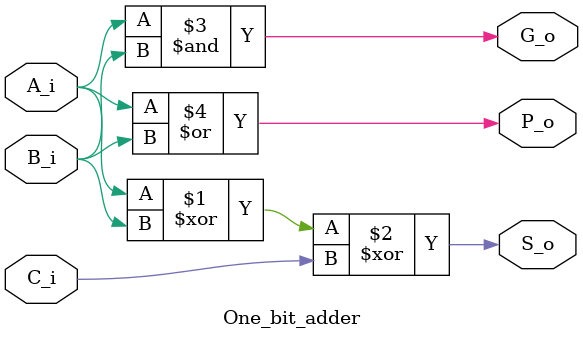
<source format=v>
module  One_bit_adder
    (
        input     A_i,
        input     B_i,
        input     C_i,
        output    P_o,
        output    G_o,
        output    S_o
    );
        assign    S_o = A_i ^ B_i ^ C_i;
        assign    G_o = A_i & B_i;
        assign    P_o = A_i | B_i;
endmodule
</source>
